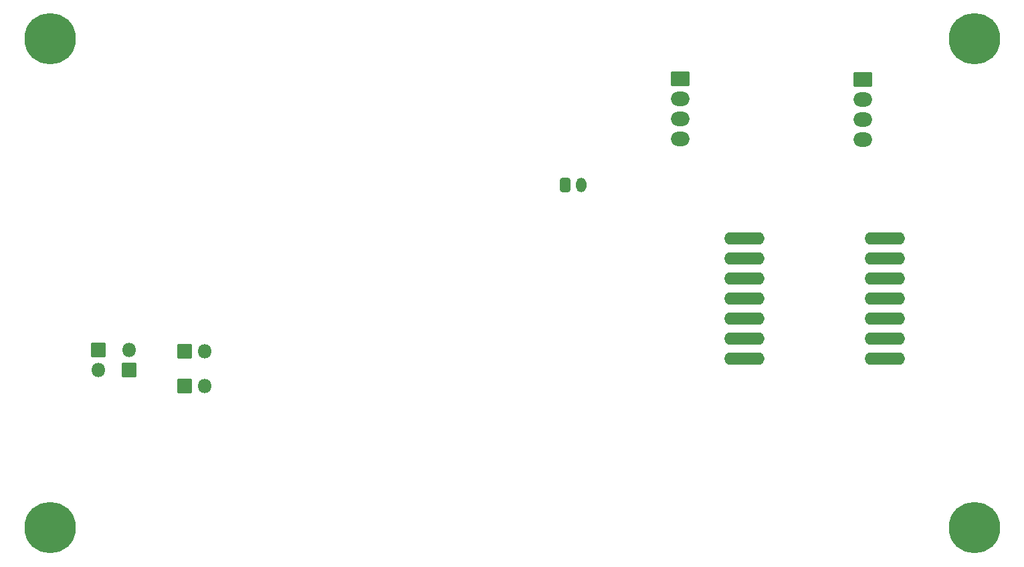
<source format=gbr>
%TF.GenerationSoftware,KiCad,Pcbnew,(6.0.4-0)*%
%TF.CreationDate,2022-07-28T14:49:22-06:00*%
%TF.ProjectId,sq_lockin_v6,73715f6c-6f63-46b6-996e-5f76362e6b69,rev?*%
%TF.SameCoordinates,Original*%
%TF.FileFunction,Soldermask,Bot*%
%TF.FilePolarity,Negative*%
%FSLAX46Y46*%
G04 Gerber Fmt 4.6, Leading zero omitted, Abs format (unit mm)*
G04 Created by KiCad (PCBNEW (6.0.4-0)) date 2022-07-28 14:49:22*
%MOMM*%
%LPD*%
G01*
G04 APERTURE LIST*
G04 Aperture macros list*
%AMRoundRect*
0 Rectangle with rounded corners*
0 $1 Rounding radius*
0 $2 $3 $4 $5 $6 $7 $8 $9 X,Y pos of 4 corners*
0 Add a 4 corners polygon primitive as box body*
4,1,4,$2,$3,$4,$5,$6,$7,$8,$9,$2,$3,0*
0 Add four circle primitives for the rounded corners*
1,1,$1+$1,$2,$3*
1,1,$1+$1,$4,$5*
1,1,$1+$1,$6,$7*
1,1,$1+$1,$8,$9*
0 Add four rect primitives between the rounded corners*
20,1,$1+$1,$2,$3,$4,$5,0*
20,1,$1+$1,$4,$5,$6,$7,0*
20,1,$1+$1,$6,$7,$8,$9,0*
20,1,$1+$1,$8,$9,$2,$3,0*%
G04 Aperture macros list end*
%ADD10RoundRect,0.051000X0.850000X-0.850000X0.850000X0.850000X-0.850000X0.850000X-0.850000X-0.850000X0*%
%ADD11O,1.802000X1.802000*%
%ADD12RoundRect,0.301000X-0.350000X-0.625000X0.350000X-0.625000X0.350000X0.625000X-0.350000X0.625000X0*%
%ADD13O,1.302000X1.852000*%
%ADD14RoundRect,0.051000X-0.850000X-0.850000X0.850000X-0.850000X0.850000X0.850000X-0.850000X0.850000X0*%
%ADD15RoundRect,0.051000X0.850000X0.850000X-0.850000X0.850000X-0.850000X-0.850000X0.850000X-0.850000X0*%
%ADD16RoundRect,0.051000X-1.125000X0.875000X-1.125000X-0.875000X1.125000X-0.875000X1.125000X0.875000X0*%
%ADD17O,2.352000X1.852000*%
%ADD18C,6.502000*%
%ADD19O,5.102000X1.602000*%
G04 APERTURE END LIST*
D10*
%TO.C,J4*%
X131000000Y-93600000D03*
D11*
X133540000Y-93600000D03*
%TD*%
D12*
%TO.C,J5*%
X179200000Y-72500000D03*
D13*
X181200000Y-72500000D03*
%TD*%
D10*
%TO.C,J6*%
X131000000Y-98000000D03*
D11*
X133540000Y-98000000D03*
%TD*%
D14*
%TO.C,J2*%
X120100000Y-93425000D03*
D11*
X120100000Y-95965000D03*
%TD*%
D15*
%TO.C,J3*%
X124000000Y-96000000D03*
D11*
X124000000Y-93460000D03*
%TD*%
D16*
%TO.C,PS2*%
X216900000Y-59160000D03*
D17*
X216900000Y-61700000D03*
X216900000Y-64240000D03*
X216900000Y-66780000D03*
%TD*%
D18*
%TO.C,H2*%
X114000000Y-54000000D03*
%TD*%
D19*
%TO.C,U5*%
X201910000Y-79280000D03*
X201910000Y-81820000D03*
X201910000Y-84360000D03*
X201910000Y-86900000D03*
X201910000Y-89440000D03*
X201910000Y-91980000D03*
X201910000Y-94520000D03*
X219690000Y-94520000D03*
X219690000Y-91980000D03*
X219690000Y-89440000D03*
X219690000Y-86900000D03*
X219690000Y-84360000D03*
X219690000Y-81820000D03*
X219690000Y-79280000D03*
%TD*%
D16*
%TO.C,PS1*%
X193757500Y-59092500D03*
D17*
X193757500Y-61632500D03*
X193757500Y-64172500D03*
X193757500Y-66712500D03*
%TD*%
D18*
%TO.C,H4*%
X114000000Y-116000000D03*
%TD*%
%TO.C,H1*%
X231000000Y-116000000D03*
%TD*%
%TO.C,H3*%
X231000000Y-54000000D03*
%TD*%
M02*

</source>
